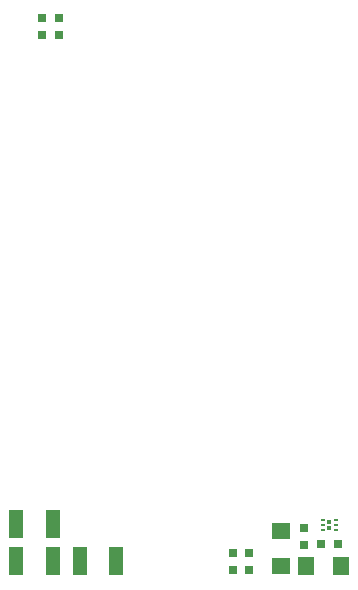
<source format=gbp>
G04 Layer_Color=128*
%FSLAX25Y25*%
%MOIN*%
G70*
G01*
G75*
%ADD56R,0.02756X0.02953*%
%ADD58R,0.02953X0.02756*%
%ADD78R,0.01181X0.01181*%
%ADD79O,0.01378X0.00591*%
%ADD80R,0.04921X0.09252*%
%ADD81R,0.06496X0.05315*%
%ADD82R,0.05315X0.06496*%
D56*
X190059Y33071D02*
D03*
X195768D02*
D03*
D58*
X97244Y202658D02*
D03*
Y208366D02*
D03*
X184252Y32579D02*
D03*
Y38287D02*
D03*
X166142Y30020D02*
D03*
Y24311D02*
D03*
X160630Y30020D02*
D03*
Y24311D02*
D03*
X102756Y208366D02*
D03*
Y202658D02*
D03*
D78*
X192913Y38386D02*
D03*
X192913Y40354D02*
D03*
D79*
X195079Y39370D02*
D03*
Y37795D02*
D03*
Y40945D02*
D03*
X190748Y37795D02*
D03*
Y39370D02*
D03*
Y40945D02*
D03*
D80*
X109646Y27165D02*
D03*
X121850D02*
D03*
X88386D02*
D03*
X100591D02*
D03*
X88386Y39764D02*
D03*
X100591D02*
D03*
D81*
X176772Y25591D02*
D03*
Y37402D02*
D03*
D82*
X185039Y25591D02*
D03*
X196850D02*
D03*
M02*

</source>
